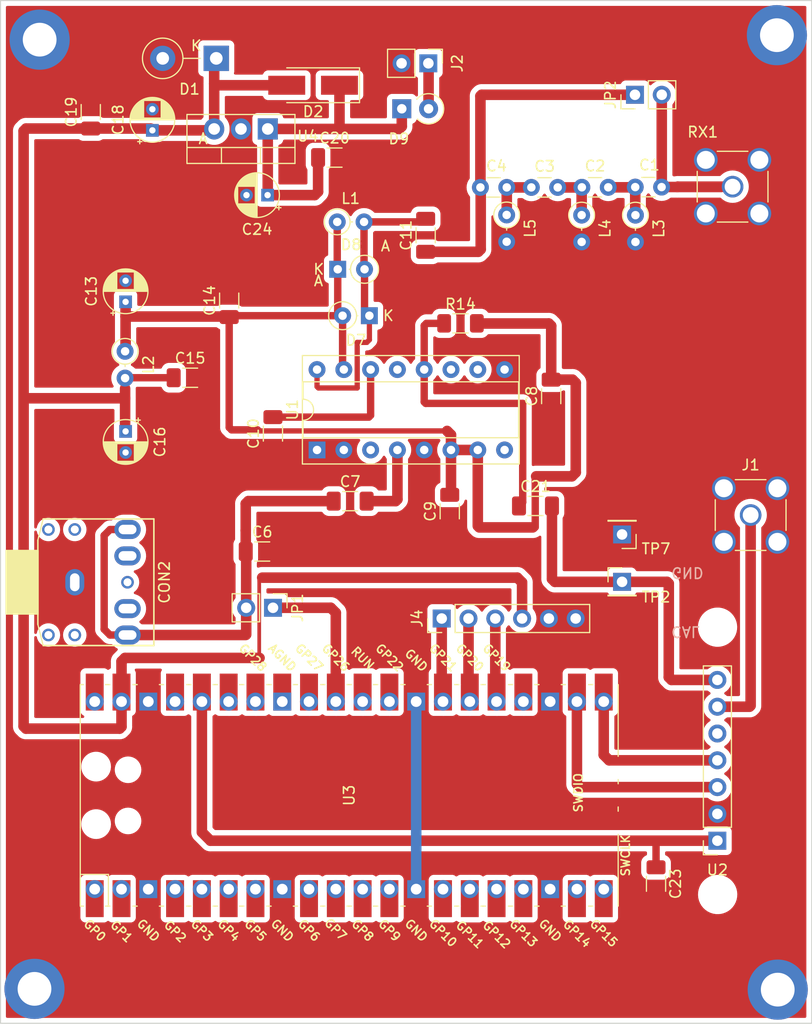
<source format=kicad_pcb>
(kicad_pcb (version 20211014) (generator pcbnew)
  (layers (0 "F.Cu" signal) (31 "B.Cu" signal) (34 "B.Paste" user) (35 "F.Paste" user) (36 "B.SilkS" user "B.Silkscreen") (37 "F.SilkS" user "F.Silkscreen") (38 "B.Mask" user) (39 "F.Mask" user) (44 "Edge.Cuts" user))
  (net 0 "")
  (net 1 "GNDPWR")
  (net 2 "RXB")
  (net 3 "RXA")
  (net 4 "Net-(C11-Pad2)")
  (net 5 "Net-(C11-Pad1)")
  (net 6 "+3V3")
  (net 7 "RX_OSC")
  (net 8 "Net-(C21-Pad1)")
  (net 9 "Net-(D9-Pad2)")
  (net 11 "SCL")
  (net 12 "SDA")
  (net 13 "Net-(C13-Pad1)")
  (net 14 "Net-(C10-Pad2)")
  (net 39 "Net-(J4-Pad1)")
  (net 40 "Net-(J4-Pad2)")
  (net 41 "Net-(J4-Pad3)")
  (net 50 "+5V")
  (net 51 "Net-(C20-Pad1)")
  (net 52 "Net-(J1-Pad1)")
  (net 53 "Net-(JP1-Pad1)")
  (net 54 "Net-(C1-Pad2)")
  (net 55 "Net-(C2-Pad2)")
  (net 56 "Net-(C3-Pad2)")
  (net 57 "Net-(C1-Pad1)")
  (footprint "MountingHole:MountingHole_3.2mm_M3_ISO7380_Pad" (layer "F.Cu") (at 166.478 133.984)
    (fp_text reference "H1" hide)
    (fp_text value "MountingHole_Pad" hide)
  )
  (footprint "MountingHole:MountingHole_3.2mm_M3_ISO7380_Pad" (layer "F.Cu") (at 166.398 43.514)
    (fp_text reference "H2" hide)
    (fp_text value "MountingHole_Pad" hide)
  )
  (footprint "MountingHole:MountingHole_3.2mm_M3_ISO7380_Pad" (layer "F.Cu") (at 96.01 133.91)
    (fp_text reference "H3" hide)
    (fp_text value "MountingHole_Pad" hide)
  )
  (footprint "MountingHole:MountingHole_3.2mm_M3_ISO7380_Pad" (layer "F.Cu") (at 96.5 43.94)
    (fp_text reference "H4" hide)
    (fp_text value "MountingHole_Pad" hide)
  )
  (footprint "Connector_PinHeader_2.54mm:PinHeader_1x02_P2.54mm_Vertical" (layer "F.Cu") (at 133.354 46.18 -90)
    (fp_text reference "J2")
    (fp_text value "12v (Max 19v)")
  )
  (footprint "Package_DIP:DIP-16_W7.62mm_Socket" (layer "F.Cu") (at 122.8 82.83 90)
    (fp_text reference "U1")
    (fp_text value "CD2003GB_GP")
  )
  (footprint "Connector_PinSocket_2.54mm:PinSocket_1x07_P2.54mm_Vertical" (layer "F.Cu") (at 160.757 119.868 180)
    (fp_text reference "U2")
    (fp_text value "SI535X_Module")
  )
  (footprint "Capacitor_SMD:C_1206_3216Metric_Pad1.33x1.80mm_HandSolder" (layer "F.Cu") (at 117.602 92.456)
    (fp_text reference "C6")
    (fp_text value "100nF")
  )
  (footprint "Capacitor_SMD:C_1206_3216Metric_Pad1.33x1.80mm_HandSolder" (layer "F.Cu") (at 154.94 123.952 -90)
    (fp_text reference "C23")
    (fp_text value "100nF")
  )
  (footprint "Capacitor_THT:CP_Radial_D4.0mm_P2.00mm" (layer "F.Cu") (at 107.188 52.534599 90)
    (fp_text reference "C18")
    (fp_text value "10uF/16V" hide)
  )
  (footprint "Capacitor_SMD:C_1206_3216Metric_Pad1.33x1.80mm_HandSolder" (layer "F.Cu") (at 101.346 50.8 90)
    (fp_text reference "C19")
    (fp_text value "100nF" hide)
  )
  (footprint "Capacitor_SMD:C_1206_3216Metric_Pad1.33x1.80mm_HandSolder" (layer "F.Cu") (at 124.46 55.118)
    (fp_text reference "C20")
    (fp_text value "100nF")
  )
  (footprint "Capacitor_THT:CP_Radial_D4.0mm_P2.00mm" (layer "F.Cu") (at 118.11 58.674 180)
    (fp_text reference "C24")
    (fp_text value "100uF/16V" hide)
  )
  (footprint "Capacitor_SMD:C_1206_3216Metric_Pad1.33x1.80mm_HandSolder" (layer "F.Cu") (at 133.096 62.484 90)
    (fp_text reference "C11")
    (fp_text value "680pF")
  )
  (footprint "Capacitor_SMD:C_1206_3216Metric_Pad1.33x1.80mm_HandSolder" (layer "F.Cu") (at 118.618 81.28 90)
    (fp_text reference "C10")
    (fp_text value "100nF")
  )
  (footprint "Capacitor_SMD:C_1206_3216Metric_Pad1.33x1.80mm_HandSolder" (layer "F.Cu") (at 145 77.73 90)
    (fp_text reference "C8")
    (fp_text value "100nF")
  )
  (footprint "Capacitor_SMD:C_1206_3216Metric_Pad1.33x1.80mm_HandSolder" (layer "F.Cu") (at 143.51 88.138)
    (fp_text reference "C21")
    (fp_text value "100nF")
  )
  (footprint "Capacitor_SMD:C_1206_3216Metric_Pad1.33x1.80mm_HandSolder" (layer "F.Cu") (at 135.382 88.646 90)
    (fp_text reference "C9")
    (fp_text value "100nF")
  )
  (footprint "Capacitor_THT:CP_Radial_D4.0mm_P2.00mm" (layer "F.Cu") (at 104.648 68.790599 90)
    (fp_text reference "C13")
    (fp_text value "10uF/16V")
  )
  (footprint "Capacitor_SMD:C_1206_3216Metric_Pad1.33x1.80mm_HandSolder" (layer "F.Cu") (at 114.47 68.67 90)
    (fp_text reference "C14")
    (fp_text value "100nF")
  )
  (footprint "Capacitor_SMD:C_1206_3216Metric_Pad1.33x1.80mm_HandSolder" (layer "F.Cu") (at 110.768 75.984)
    (fp_text reference "C15")
    (fp_text value "100nF")
  )
  (footprint "Capacitor_THT:CP_Radial_D4.0mm_P2.00mm" (layer "F.Cu") (at 104.648 81.069401 -90)
    (fp_text reference "C16")
    (fp_text value "100uF/16V")
  )
  (footprint "Diode_THT:D_DO-35_SOD27_P2.54mm_Vertical_KathodeUp" (layer "F.Cu") (at 127.762 70.104 180)
    (fp_text reference "D7")
    (fp_text value "1N4148")
  )
  (footprint "Diode_THT:D_DO-35_SOD27_P2.54mm_Vertical_KathodeUp" (layer "F.Cu") (at 124.762 65.704)
    (fp_text reference "D8")
    (fp_text value "1N4148")
  )
  (footprint "Diode_THT:D_A-405_P2.54mm_Vertical_KathodeUp" (layer "F.Cu") (at 130.834 50.49)
    (fp_text reference "D9")
    (fp_text value "1N5817" hide)
  )
  (footprint "Inductor_THT:L_Axial_L5.3mm_D2.2mm_P2.54mm_Vertical_Vishay_IM-1" (layer "F.Cu") (at 104.6 73.48 -90)
    (fp_text reference "L2")
    (fp_text value "100uH")
  )
  (footprint "Inductor_THT:L_Axial_L5.3mm_D2.2mm_P2.54mm_Vertical_Vishay_IM-1" (layer "F.Cu") (at 124.714 61.214)
    (fp_text reference "L1")
    (fp_text value "1uH")
  )
  (footprint "Resistor_SMD:R_1206_3216Metric_Pad1.30x1.75mm_HandSolder" (layer "F.Cu") (at 136.4 70.83)
    (fp_text reference "R14")
    (fp_text value "100")
  )
  (footprint "Connector_PinHeader_2.54mm:PinHeader_1x01_P2.54mm_Vertical" (layer "F.Cu") (at 151.72 95.33)
    (fp_text reference "TP2")
    (fp_text value "CLK1")
  )
  (footprint "Connector_PinHeader_2.54mm:PinHeader_1x01_P2.54mm_Vertical" (layer "F.Cu") (at 151.72 90.84 180)
    (fp_text reference "TP7")
    (fp_text value "GND")
  )
  (footprint "Connector_Coaxial:SMA_Amphenol_901-144_Vertical" (layer "F.Cu") (at 163.91 89)
    (fp_text reference "J1")
    (fp_text value "RF_OUT")
  )
  (footprint "Capacitor_THT:C_Disc_D3.0mm_W1.6mm_P2.50mm" (layer "F.Cu") (at 155.468 57.914 180)
    (fp_text reference "C1")
    (fp_text value "2.2nF" hide)
  )
  (footprint "MountingHole:MountingHole_2.7mm_M2.5" (layer "F.Cu") (at 160.782 124.968 90)
    (fp_text reference "S1" hide)
    (fp_text value "MountingHole" hide)
  )
  (footprint "Connector_Coaxial:SMA_Amphenol_901-144_Vertical" (layer "F.Cu") (at 162.198 57.874 180)
    (fp_text reference "RX1")
    (fp_text value "RX_INPUT")
  )
  (footprint "Connector_PinHeader_2.54mm:PinHeader_1x02_P2.54mm_Vertical" (layer "F.Cu") (at 118.623 97.79 -90)
    (fp_text reference "JP1")
    (fp_text value "Jumper_2_Open")
  )
  (footprint "Inductor_THT:L_Axial_L5.3mm_D2.2mm_P2.54mm_Vertical_Vishay_IM-1" (layer "F.Cu") (at 140.778 60.554 -90)
    (fp_text reference "L5")
    (fp_text value "2.2uH" hide)
  )
  (footprint "Inductor_THT:L_Axial_L5.3mm_D2.2mm_P2.54mm_Vertical_Vishay_IM-1" (layer "F.Cu") (at 152.988 60.574 -90)
    (fp_text reference "L3")
    (fp_text value "2.2uH" hide)
  )
  (footprint "Connector_PinHeader_2.54mm:PinHeader_1x02_P2.54mm_Vertical" (layer "F.Cu") (at 152.943 49.164 90)
    (fp_text reference "JP2")
    (fp_text value "Filter-Skip")
  )
  (footprint "Diode_SMD:D_SMA_Handsoldering" (layer "F.Cu") (at 122.428 48.26 180)
    (fp_text reference "D2")
    (fp_text value "1N4001")
  )
  (footprint "Inductor_THT:L_Axial_L5.3mm_D2.2mm_P2.54mm_Vertical_Vishay_IM-1" (layer "F.Cu") (at 147.888 60.569 -90)
    (fp_text reference "L4")
    (fp_text value "2.2uH" hide)
  )
  (footprint "Package_TO_SOT_THT:TO-220-3_Vertical" (layer "F.Cu") (at 118.126 52.402 180)
    (fp_text reference "U4")
    (fp_text value "CDIL_7805_TO220" hide)
  )
  (footprint "Connector_PinHeader_2.54mm:PinHeader_1x06_P2.54mm_Vertical" (layer "F.Cu") (at 134.62 98.806 90)
    (fp_text reference "J4")
    (fp_text value "IO")
  )
  (footprint "Capacitor_THT:C_Disc_D3.0mm_W1.6mm_P2.50mm" (layer "F.Cu") (at 145.618 57.944 180)
    (fp_text reference "C3")
    (fp_text value "820" hide)
  )
  (footprint "Capacitor_SMD:C_1206_3216Metric_Pad1.33x1.80mm_HandSolder" (layer "F.Cu") (at 125.9375 87.68)
    (fp_text reference "C7")
    (fp_text value "470nF")
  )
  (footprint "Diode_THT:D_DO-15_P5.08mm_Vertical_KathodeUp" (layer "F.Cu") (at 113.246 45.712 180)
    (fp_text reference "D1")
    (fp_text value "5.6V 5W")
  )
  (footprint "Capacitor_THT:C_Disc_D3.0mm_W1.6mm_P2.50mm" (layer "F.Cu") (at 140.788 57.944 180)
    (fp_text reference "C4")
    (fp_text value "2.2nF" hide)
  )
  (footprint "MountingHole:MountingHole_2.7mm_M2.5" (layer "F.Cu") (at 160.772 99.628 90)
    (fp_text reference "S2" hide)
    (fp_text value "MountingHole" hide)
  )
  (footprint "Capacitor_THT:C_Disc_D3.0mm_W1.6mm_P2.50mm" (layer "F.Cu") (at 150.408 57.934 180)
    (fp_text reference "C2")
    (fp_text value "820" hide)
  )
  (footprint "footprints:RPi_Pico_SMD_TH" (layer "F.Cu") (at 125.85 115.57 90)
    (fp_text reference "U3")
    (fp_text value "Pico")
  )
  (footprint "footprints:PJ-307" (layer "F.Cu") (at 102.83 95.37)
    (fp_text reference "CON2")
    (fp_text value "MIC")
  )
  (gr_rect (start 92.79 40.23) (end 169.7 137.17) (layer "Edge.Cuts") (width 0.1) (fill none))
  (gr_text "GND" (at 157.92 94.46 180) (layer "B.SilkS") (effects (font (size 1 1)) (justify mirror)))
  (gr_text "CAL" (at 157.72 100.06 180) (layer "B.SilkS") (effects (font (size 1 1)) (justify mirror)))
  (gr_text "A" (at 129.286 63.5) (layer "F.SilkS") (effects (font (size 1 1))))
  (gr_text "A" (at 122.936 66.802) (layer "F.SilkS") (effects (font (size 1 1))))
  (gr_text "A" (at 112 53.33) (layer "F.SilkS") (effects (font (size 1 1))))
  (segment (start 112.6615 76.02) (end 112.7375 76.096) (width 0.25) (layer "F.Cu") (net 1))
  (segment (start 132.2 106.68) (end 132.2 124.46) (width 1) (layer "B.Cu") (net 1))
  (segment (start 116.083 97.79) (end 116.083 100.325) (width 1) (layer "F.Cu") (net 2))
  (segment (start 116.0395 87.9225) (end 116.282 87.68) (width 1) (layer "F.Cu") (net 2))
  (segment (start 102.616 90.932) (end 103.178 90.37) (width 0.7) (layer "F.Cu") (net 2))
  (segment (start 102.616 99.822) (end 102.616 90.932) (width 0.7) (layer "F.Cu") (net 2))
  (segment (start 116.0395 92.456) (end 116.0395 90.4625) (width 1) (layer "F.Cu") (net 2))
  (segment (start 116.083 92.4995) (end 116.083 97.79) (width 1) (layer "F.Cu") (net 2))
  (segment (start 103.164 100.37) (end 102.616 99.822) (width 0.7) (layer "F.Cu") (net 2))
  (segment (start 105.1 99.71) (end 105.76 100.37) (width 0.25) (layer "F.Cu") (net 2))
  (segment (start 104.83 100.37) (end 103.164 100.37) (width 0.7) (layer "F.Cu") (net 2))
  (segment (start 116.0395 90.4625) (end 116.0395 87.9225) (width 1) (layer "F.Cu") (net 2))
  (segment (start 116.083 100.325) (end 116.038 100.37) (width 0.25) (layer "F.Cu") (net 2))
  (segment (start 116.0395 92.456) (end 116.083 92.4995) (width 0.25) (layer "F.Cu") (net 2))
  (segment (start 116.038 100.37) (end 104.83 100.37) (width 1) (layer "F.Cu") (net 2))
  (segment (start 103.178 90.37) (end 104.83 90.37) (width 0.7) (layer "F.Cu") (net 2))
  (segment (start 116.282 87.68) (end 124.375 87.68) (width 1) (layer "F.Cu") (net 2))
  (segment (start 130.252 87.68) (end 130.42 87.512) (width 1) (layer "F.Cu") (net 3))
  (segment (start 130.42 87.512) (end 130.42 82.83) (width 1) (layer "F.Cu") (net 3))
  (segment (start 127.5 87.68) (end 130.252 87.68) (width 1) (layer "F.Cu") (net 3))
  (segment (start 126.608 76.953) (end 122.927 76.953) (width 0.5) (layer "F.Cu") (net 4))
  (segment (start 126.608 76.953) (end 126.608 72.635) (width 0.5) (layer "F.Cu") (net 4))
  (segment (start 127.517 72.635) (end 127.762 72.39) (width 0.5) (layer "F.Cu") (net 4))
  (segment (start 127.302 65.704) (end 127.302 69.644) (width 0.7) (layer "F.Cu") (net 4))
  (segment (start 127.254 61.214) (end 132.8035 61.214) (width 0.7) (layer "F.Cu") (net 4))
  (segment (start 127.254 65.656) (end 127.302 65.704) (width 0.7) (layer "F.Cu") (net 4))
  (segment (start 122.8 76.826) (end 122.8 75.21) (width 0.5) (layer "F.Cu") (net 4))
  (segment (start 122.936 76.962) (end 126.492 76.962) (width 0.25) (layer "F.Cu") (net 4))
  (segment (start 122.927 76.953) (end 122.8 76.826) (width 0.5) (layer "F.Cu") (net 4))
  (segment (start 127.302 69.644) (end 127.762 70.104) (width 0.7) (layer "F.Cu") (net 4))
  (segment (start 132.8035 61.214) (end 133.096 60.9215) (width 0.7) (layer "F.Cu") (net 4))
  (segment (start 127.762 72.39) (end 127.762 70.104) (width 0.5) (layer "F.Cu") (net 4))
  (segment (start 127.254 61.214) (end 127.254 65.656) (width 0.7) (layer "F.Cu") (net 4))
  (segment (start 126.608 72.635) (end 127.517 72.635) (width 0.5) (layer "F.Cu") (net 4))
  (segment (start 138.318 63.814) (end 138.0855 64.0465) (width 1) (layer "F.Cu") (net 5))
  (segment (start 138.318 58.134) (end 138.318 63.814) (width 1) (layer "F.Cu") (net 5))
  (segment (start 152.943 49.164) (end 138.408 49.164) (width 1) (layer "F.Cu") (net 5))
  (segment (start 138.288 58.104) (end 138.318 58.134) (width 1) (layer "F.Cu") (net 5))
  (segment (start 138.288 49.284) (end 138.288 57.944) (width 1) (layer "F.Cu") (net 5))
  (segment (start 138.0855 64.0465) (end 133.096 64.0465) (width 1) (layer "F.Cu") (net 5))
  (segment (start 138.288 57.944) (end 138.288 58.104) (width 1) (layer "F.Cu") (net 5))
  (segment (start 138.408 49.164) (end 138.288 49.284) (width 1) (layer "F.Cu") (net 5))
  (segment (start 155.852 119.784) (end 154.836 119.784) (width 0.5) (layer "F.Cu") (net 6))
  (segment (start 111.88 119.056) (end 112.692 119.868) (width 1) (layer "F.Cu") (net 6))
  (segment (start 111.88 106.68) (end 111.88 119.056) (width 1) (layer "F.Cu") (net 6))
  (segment (start 112.692 119.868) (end 160.757 119.868) (width 1) (layer "F.Cu") (net 6))
  (segment (start 154.94 119.888) (end 154.836 119.784) (width 0.25) (layer "F.Cu") (net 6))
  (segment (start 154.94 122.3895) (end 154.94 119.888) (width 0.7) (layer "F.Cu") (net 6))
  (segment (start 160.724 119.784) (end 155.852 119.784) (width 0.5) (layer "F.Cu") (net 6))
  (segment (start 151.72 95.33) (end 145.344 95.33) (width 1) (layer "F.Cu") (net 7))
  (segment (start 160.757 104.628) (end 156.402 104.628) (width 1) (layer "F.Cu") (net 7))
  (segment (start 156.148 104.374) (end 156.148 95.494) (width 1) (layer "F.Cu") (net 7))
  (segment (start 145.344 95.33) (end 145.0725 95.0585) (width 1) (layer "F.Cu") (net 7))
  (segment (start 145.0725 95.0585) (end 145.0725 88.138) (width 1) (layer "F.Cu") (net 7))
  (segment (start 156.148 95.494) (end 155.984 95.33) (width 1) (layer "F.Cu") (net 7))
  (segment (start 156.402 104.628) (end 156.148 104.374) (width 1) (layer "F.Cu") (net 7))
  (segment (start 155.984 95.33) (end 151.72 95.33) (width 1) (layer "F.Cu") (net 7))
  (segment (start 142.298 78.414) (end 142.298 87.7875) (width 0.7) (layer "F.Cu") (net 8))
  (segment (start 132.96 75.21) (end 132.96 71.042) (width 0.7) (layer "F.Cu") (net 8))
  (segment (start 142.298 87.7875) (end 141.9475 88.138) (width 0.7) (layer "F.Cu") (net 8))
  (segment (start 133.098 78.414) (end 142.298 78.414) (width 0.7) (layer "F.Cu") (net 8))
  (segment (start 132.96 78.276) (end 133.098 78.414) (width 0.7) (layer "F.Cu") (net 8))
  (segment (start 132.96 71.042) (end 133.172 70.83) (width 0.7) (layer "F.Cu") (net 8))
  (segment (start 133.172 70.83) (end 134.85 70.83) (width 0.7) (layer "F.Cu") (net 8))
  (segment (start 132.96 75.21) (end 132.96 78.276) (width 0.7) (layer "F.Cu") (net 8))
  (segment (start 133.374 46.478) (end 133.374 50.49) (width 1) (layer "F.Cu") (net 9))
  (segment (start 133.364 46.18) (end 133.518 46.334) (width 1) (layer "F.Cu") (net 9))
  (segment (start 133.354 46.18) (end 133.364 46.18) (width 1) (layer "F.Cu") (net 9))
  (segment (start 133.518 46.334) (end 133.374 46.478) (width 1) (layer "F.Cu") (net 9))
  (segment (start 150.492 112.248) (end 149.98 111.736) (width 1) (layer "F.Cu") (net 11))
  (segment (start 150.492 112.248) (end 160.757 112.248) (width 1) (layer "F.Cu") (net 11))
  (segment (start 149.98 106.68) (end 149.98 111.736) (width 1) (layer "F.Cu") (net 11))
  (segment (start 147.738 114.794) (end 147.744 114.788) (width 1) (layer "F.Cu") (net 12))
  (segment (start 147.744 114.788) (end 160.757 114.788) (width 1) (layer "F.Cu") (net 12))
  (segment (start 147.44 114.496) (end 147.738 114.794) (width 1) (layer "F.Cu") (net 12))
  (segment (start 147.44 106.68) (end 147.44 114.496) (width 1) (layer "F.Cu") (net 12))
  (segment (start 138.04 90.034) (end 138.04 82.83) (width 1) (layer "F.Cu") (net 13))
  (segment (start 104.648 68.790599) (end 104.648 70.184) (width 1) (layer "F.Cu") (net 13))
  (segment (start 135.5 86.4925) (end 134.9625 87.03) (width 0.25) (layer "F.Cu") (net 13))
  (segment (start 147.0215 76.1675) (end 147.328 76.474) (width 1) (layer "F.Cu") (net 13))
  (segment (start 114.47 70.2325) (end 114.47 80.696) (width 0.7) (layer "F.Cu") (net 13))
  (segment (start 117.348 81.026) (end 135.13 81.026) (width 0.5) (layer "F.Cu") (net 13))
  (segment (start 145 71.066) (end 145 76.1675) (width 1) (layer "F.Cu") (net 13))
  (segment (start 135.5 86.9655) (end 135.382 87.0835) (width 1) (layer "F.Cu") (net 13))
  (segment (start 125.222 75.092) (end 125.34 75.21) (width 0.7) (layer "F.Cu") (net 13))
  (segment (start 147.328 84.964) (end 146.964 85.328) (width 1) (layer "F.Cu") (net 13))
  (segment (start 137.95 70.83) (end 138.084 70.83) (width 1) (layer "F.Cu") (net 13))
  (segment (start 124.714 61.214) (end 124.714 65.656) (width 0.7) (layer "F.Cu") (net 13))
  (segment (start 125.222 70.104) (end 125.222 75.092) (width 0.7) (layer "F.Cu") (net 13))
  (segment (start 145 76.1675) (end 147.0215 76.1675) (width 1) (layer "F.Cu") (net 13))
  (segment (start 138.084 70.83) (end 138.098 70.844) (width 1) (layer "F.Cu") (net 13))
  (segment (start 138.04 82.83) (end 135.5 82.83) (width 1) (layer "F.Cu") (net 13))
  (segment (start 114.4215 70.184) (end 114.47 70.2325) (width 1) (layer "F.Cu") (net 13))
  (segment (start 114.47 80.696) (end 114.698 80.924) (width 0.7) (layer "F.Cu") (net 13))
  (segment (start 114.698 80.924) (end 117.158 80.924) (width 0.7) (layer "F.Cu") (net 13))
  (segment (start 135.5 81.396) (end 135.13 81.026) (width 1) (layer "F.Cu") (net 13))
  (segment (start 143.256 90.17) (end 138.176 90.17) (width 1) (layer "F.Cu") (net 13))
  (segment (start 104.648 73.432) (end 104.6 73.48) (width 0.25) (layer "F.Cu") (net 13))
  (segment (start 138.176 90.17) (end 138.04 90.034) (width 0.25) (layer "F.Cu") (net 13))
  (segment (start 135.5 82.83) (end 135.5 86.9655) (width 1) (layer "F.Cu") (net 13))
  (segment (start 114.5985 70.104) (end 114.47 70.2325) (width 0.7) (layer "F.Cu") (net 13))
  (segment (start 125.222 70.104) (end 114.5985 70.104) (width 0.7) (layer "F.Cu") (net 13))
  (segment (start 147.328 76.474) (end 147.328 84.964) (width 1) (layer "F.Cu") (net 13))
  (segment (start 135.382 81.026) (end 135.5 81.144) (width 0.25) (layer "F.Cu") (net 13))
  (segment (start 135.5 82.83) (end 135.5 81.396) (width 1) (layer "F.Cu") (net 13))
  (segment (start 124.762 65.704) (end 124.762 69.644) (width 0.7) (layer "F.Cu") (net 13))
  (segment (start 144.778 70.844) (end 145 71.066) (width 1) (layer "F.Cu") (net 13))
  (segment (start 104.648 70.184) (end 114.4215 70.184) (width 1) (layer "F.Cu") (net 13))
  (segment (start 135.13 81.026) (end 135.382 81.026) (width 0.25) (layer "F.Cu") (net 13))
  (segment (start 143.488 90.154) (end 143.488 85.328) (width 0.7) (layer "F.Cu") (net 13))
  (segment (start 124.762 69.644) (end 125.222 70.104) (width 0.7) (layer "F.Cu") (net 13))
  (segment (start 138.098 70.844) (end 144.778 70.844) (width 1) (layer "F.Cu") (net 13))
  (segment (start 104.648 70.184) (end 104.648 73.432) (width 1) (layer "F.Cu") (net 13))
  (segment (start 124.714 65.656) (end 124.762 65.704) (width 0.7) (layer "F.Cu") (net 13))
  (segment (start 146.964 85.328) (end 143.57252 85.328) (width 1) (layer "F.Cu") (net 13))
  (segment (start 127.88 75.21) (end 127.88 79.542) (width 0.7) (layer "F.Cu") (net 14))
  (segment (start 127.7045 79.7175) (end 118.618 79.7175) (width 0.7) (layer "F.Cu") (net 14))
  (segment (start 127.88 79.542) (end 127.7045 79.7175) (width 0.7) (layer "F.Cu") (net 14))
  (segment (start 134.62 98.806) (end 134.62 106.56) (width 1) (layer "F.Cu") (net 39))
  (segment (start 134.62 106.56) (end 134.74 106.68) (width 0.25) (layer "F.Cu") (net 39))
  (segment (start 137.16 106.56) (end 137.28 106.68) (width 0.25) (layer "F.Cu") (net 40))
  (segment (start 137.16 98.806) (end 137.16 106.56) (width 1) (layer "F.Cu") (net 40))
  (segment (start 139.7 98.806) (end 139.7 106.56) (width 1) (layer "F.Cu") (net 41))
  (segment (start 139.7 106.56) (end 139.82 106.68) (width 0.25) (layer "F.Cu") (net 41))
  (segment (start 104.14 109.474) (end 95.758 109.474) (width 0.25) (layer "F.Cu") (net 50))
  (segment (start 104.26 109.066) (end 104.26 106.68) (width 1) (layer "F.Cu") (net 50))
  (segment (start 94.978 52.594) (end 94.978 109.024) (width 1) (layer "F.Cu") (net 50))
  (segment (start 104.648 77.058) (end 104.6 77.01) (width 0.25) (layer "F.Cu") (net 50))
  (segment (start 95.552 77.93) (end 104.6 77.93) (width 1) (layer "F.Cu") (net 50))
  (segment (start 142.24 95.386) (end 141.788 94.934) (width 1) (layer "F.Cu") (net 50))
  (segment (start 94.978 109.024) (end 95.198 109.244) (width 1) (layer "F.Cu") (net 50))
  (segment (start 95.758 109.474) (end 95.504 109.22) (width 0.25) (layer "F.Cu") (net 50))
  (segment (start 113.046 46.036) (end 113.046 48.112) (width 1) (layer "F.Cu") (net 50))
  (segment (start 119.928 48.26) (end 113.194 48.26) (width 1) (layer "F.Cu") (net 50))
  (segment (start 104.6 76.02) (end 104.6 77.01) (width 0.25) (layer "F.Cu") (net 50))
  (segment (start 113.046 48.112) (end 113.046 52.402) (width 1) (layer "F.Cu") (net 50))
  (segment (start 95.198 109.244) (end 104.082 109.244) (width 1) (layer "F.Cu") (net 50))
  (segment (start 104.6 77.93) (end 104.6 80.978) (width 1) (layer "F.Cu") (net 50))
  (segment (start 113.37 45.712) (end 113.046 46.036) (width 1) (layer "F.Cu") (net 50))
  (segment (start 142.24 98.806) (end 142.24 95.386) (width 1) (layer "F.Cu") (net 50))
  (segment (start 104.636 75.984) (end 104.6 76.02) (width 0.7) (layer "F.Cu") (net 50))
  (segment (start 117.598 94.934) (end 117.318 95.214) (width 0.35) (layer "F.Cu") (net 50))
  (segment (start 104.26 102.872) (end 104.588 102.544) (width 1) (layer "F.Cu") (net 50))
  (segment (start 104.648 81.069401) (end 104.648 77.058) (width 0.25) (layer "F.Cu") (net 50))
  (segment (start 104.26 109.354) (end 104.14 109.474) (width 0.25) (layer "F.Cu") (net 50))
  (segment (start 141.788 94.934) (end 117.598 94.934) (width 1) (layer "F.Cu") (net 50))
  (segment (start 113.194 48.26) (end 113.046 48.112) (width 1) (layer "F.Cu") (net 50))
  (segment (start 95.2095 52.3625) (end 94.978 52.594) (width 1) (layer "F.Cu") (net 50))
  (segment (start 104.588 102.544) (end 117.348 102.544) (width 1) (layer "F.Cu") (net 50))
  (segment (start 107.188 52.534599) (end 112.913401 52.534599) (width 1) (layer "F.Cu") (net 50))
  (segment (start 104.26 106.68) (end 104.26 102.872) (width 1) (layer "F.Cu") (net 50))
  (segment (start 101.346 52.3625) (end 95.2095 52.3625) (width 1) (layer "F.Cu") (net 50))
  (segment (start 117.318 95.214) (end 117.318 102.531) (width 0.35) (layer "F.Cu") (net 50))
  (segment (start 109.2055 75.984) (end 104.636 75.984) (width 0.7) (layer "F.Cu") (net 50))
  (segment (start 113.246 45.712) (end 113.37 45.712) (width 1) (layer "F.Cu") (net 50))
  (segment (start 101.346 52.3625) (end 107.015901 52.3625) (width 1) (layer "F.Cu") (net 50))
  (segment (start 104.6 77.01) (end 104.6 77.93) (width 1) (layer "F.Cu") (net 50))
  (segment (start 104.082 109.244) (end 104.26 109.066) (width 1) (layer "F.Cu") (net 50))
  (segment (start 107.015901 52.3625) (end 107.188 52.534599) (width 1) (layer "F.Cu") (net 50))
  (segment (start 104.26 109.066) (end 104.26 109.354) (width 0.25) (layer "F.Cu") (net 50))
  (segment (start 118.126 58.658) (end 118.11 58.674) (width 1) (layer "F.Cu") (net 51))
  (segment (start 118.126 52.402) (end 118.126 58.658) (width 1) (layer "F.Cu") (net 51))
  (segment (start 130.732 52.402) (end 130.834 52.3) (width 0.25) (layer "F.Cu") (net 51))
  (segment (start 124.928 52.364) (end 124.89 52.402) (width 0.25) (layer "F.Cu") (net 51))
  (segment (start 122.8975 58.3545) (end 122.578 58.674) (width 1) (layer "F.Cu") (net 51))
  (segment (start 124.928 48.26) (end 124.928 52.364) (width 1) (layer "F.Cu") (net 51))
  (segment (start 130.834 52.168) (end 130.6 52.402) (width 1) (layer "F.Cu") (net 51))
  (segment (start 118.11 58.674) (end 122.578 58.674) (width 1) (layer "F.Cu") (net 51))
  (segment (start 130.834 50.49) (end 130.834 52.168) (width 1) (layer "F.Cu") (net 51))
  (segment (start 122.8975 55.118) (end 122.8975 58.3545) (width 1) (layer "F.Cu") (net 51))
  (segment (start 122.252 52.402) (end 124.89 52.402) (width 0.25) (layer "F.Cu") (net 51))
  (segment (start 130.6 52.402) (end 118.126 52.402) (width 1) (layer "F.Cu") (net 51))
  (segment (start 163.91 107.068) (end 163.81 107.168) (width 0.25) (layer "F.Cu") (net 52))
  (segment (start 163.91 89) (end 163.91 107.068) (width 1) (layer "F.Cu") (net 52))
  (segment (start 163.81 107.168) (end 160.757 107.168) (width 1) (layer "F.Cu") (net 52))
  (segment (start 124.58 98.266) (end 124.58 106.68) (width 1) (layer "F.Cu") (net 53))
  (segment (start 118.623 97.79) (end 124.104 97.79) (width 1) (layer "F.Cu") (net 53))
  (segment (start 124.58 98.266) (end 124.104 97.79) (width 1) (layer "F.Cu") (net 53))
  (segment (start 152.948 57.934) (end 152.968 57.914) (width 1) (layer "F.Cu") (net 54))
  (segment (start 152.968 60.554) (end 152.988 60.574) (width 1) (layer "F.Cu") (net 54))
  (segment (start 150.408 57.934) (end 152.948 57.934) (width 1) (layer "F.Cu") (net 54))
  (segment (start 152.968 57.914) (end 152.968 60.554) (width 1) (layer "F.Cu") (net 54))
  (segment (start 147.888 60.569) (end 147.888 57.954) (width 1) (layer "F.Cu") (net 55))
  (segment (start 145.618 57.944) (end 147.898 57.944) (width 1) (layer "F.Cu") (net 55))
  (segment (start 147.898 57.944) (end 147.908 57.934) (width 1) (layer "F.Cu") (net 55))
  (segment (start 147.888 57.954) (end 147.908 57.934) (width 1) (layer "F.Cu") (net 55))
  (segment (start 140.788 60.544) (end 140.778 60.554) (width 1) (layer "F.Cu") (net 56))
  (segment (start 140.788 57.944) (end 143.118 57.944) (width 1) (layer "F.Cu") (net 56))
  (segment (start 140.788 57.944) (end 140.788 60.544) (width 1) (layer "F.Cu") (net 56))
  (segment (start 155.483 49.164) (end 155.483 57.899) (width 1) (layer "F.Cu") (net 57))
  (segment (start 155.478 57.904) (end 155.468 57.914) (width 1) (layer "F.Cu") (net 57))
  (segment (start 155.483 57.899) (end 155.468 57.914) (width 1) (layer "F.Cu") (net 57))
  (segment (start 156.958 57.904) (end 155.478 57.904) (width 1) (layer "F.Cu") (net 57))
  (segment (start 156.988 57.874) (end 156.958 57.904) (width 1) (layer "F.Cu") (net 57))
  (segment (start 162.198 57.874) (end 156.988 57.874) (width 1) (layer "F.Cu") (net 57))
  (segment (start 161.118 57.904) (end 156.958 57.904) (width 1) (layer "F.Cu") (net 57))
  (zone (net 1) (net_name "GNDPWR") (layer "F.Cu") (connect_pads yes (clearance 0.508)) (min_thickness 0.254) (fill yes (thermal_gap 0.508) (thermal_bridge_width 0.508))
    (polygon (pts (xy 169.746896 137.253458) (xy 92.79 137.23) (xy 92.79 40.23) (xy 169.646896 40.253458)))
  )
)
</source>
